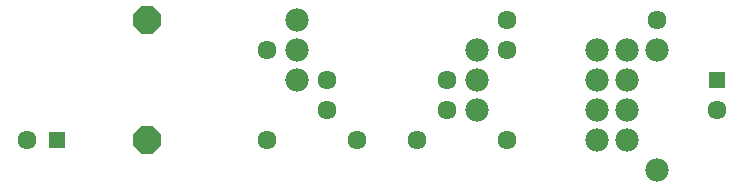
<source format=gbs>
G75*
%MOIN*%
%OFA0B0*%
%FSLAX25Y25*%
%IPPOS*%
%LPD*%
%AMOC8*
5,1,8,0,0,1.08239X$1,22.5*
%
%ADD10C,0.06343*%
%ADD11R,0.05556X0.05556*%
%ADD12C,0.07800*%
%ADD13OC8,0.09400*%
D10*
X0012260Y0033243D03*
X0092260Y0033243D03*
X0122260Y0033243D03*
X0142260Y0033243D03*
X0172260Y0033243D03*
X0152260Y0043243D03*
X0152260Y0053243D03*
X0172260Y0063243D03*
X0172260Y0073243D03*
X0222260Y0073243D03*
X0242260Y0043243D03*
X0112260Y0043243D03*
X0112260Y0053243D03*
X0092260Y0063243D03*
D11*
X0022260Y0033243D03*
X0242260Y0053243D03*
D12*
X0212260Y0053243D03*
X0202260Y0053243D03*
X0202260Y0043243D03*
X0212260Y0043243D03*
X0212260Y0033243D03*
X0202260Y0033243D03*
X0222260Y0023243D03*
X0162260Y0043243D03*
X0162260Y0053243D03*
X0162260Y0063243D03*
X0202260Y0063243D03*
X0212260Y0063243D03*
X0222260Y0063243D03*
X0102260Y0063243D03*
X0102260Y0073243D03*
X0102260Y0053243D03*
D13*
X0052260Y0073243D03*
X0052260Y0033243D03*
M02*

</source>
